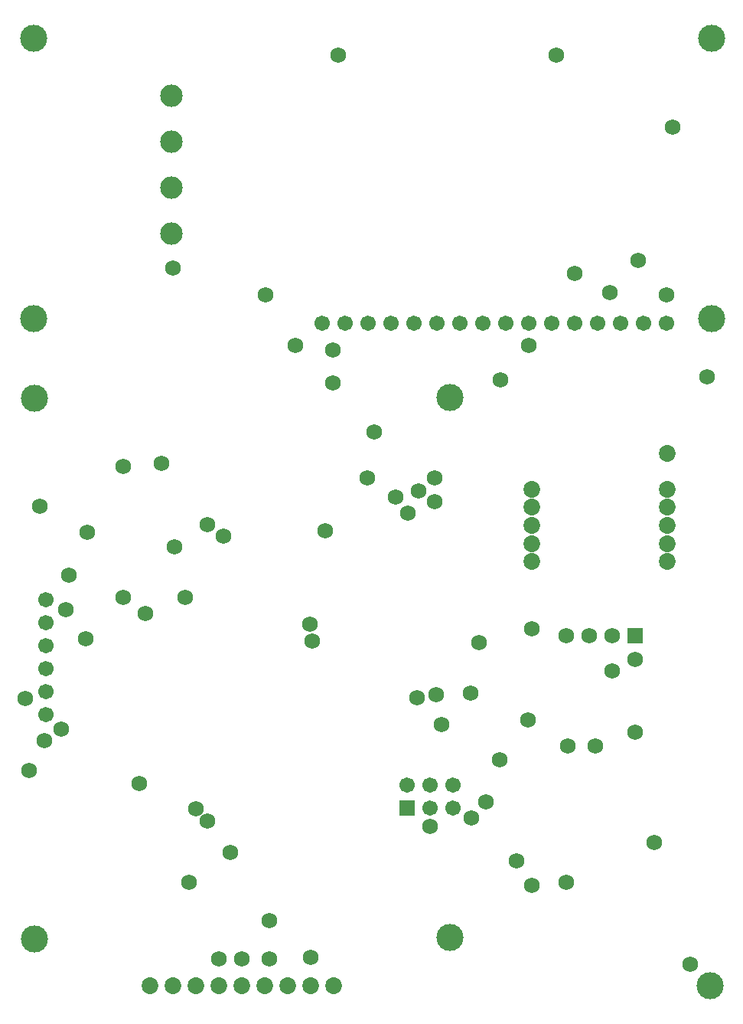
<source format=gbr>
G04 DipTrace 2.1.0.5*
%INBottomMask.gbr*%
%MOIN*%
%ADD10C,0.0098*%
%ADD11C,0.0055*%
%ADD12C,0.003*%
%ADD13C,0.0197*%
%ADD14C,0.02*%
%ADD15C,0.04*%
%ADD16C,0.0295*%
%ADD17C,0.0394*%
%ADD18C,0.0013*%
%ADD19C,0.0187*%
%ADD20R,0.0709X0.0197*%
%ADD21R,0.0197X0.0709*%
%ADD22R,0.2165X0.0787*%
%ADD23R,0.02X0.1181*%
%ADD24R,0.06X0.056*%
%ADD25R,0.0295X0.1772*%
%ADD26R,0.056X0.06*%
%ADD27R,0.1969X0.0984*%
%ADD28C,0.059*%
%ADD29C,0.065*%
%ADD30C,0.0039*%
%ADD31R,0.0433X0.0354*%
%ADD32R,0.0394X0.0354*%
%ADD33R,0.0925X0.0236*%
%ADD34C,0.09*%
%ADD35R,0.1024X0.0551*%
%ADD36R,0.0512X0.0591*%
%ADD37R,0.06X0.06*%
%ADD38C,0.06*%
%ADD39R,0.0906X0.0906*%
%ADD40R,0.118X0.217*%
%ADD41R,0.0866X0.0236*%
%ADD42R,0.0728X0.1004*%
%ADD43R,0.07X0.03*%
%ADD44O,0.07X0.03*%
%ADD45R,0.03X0.07*%
%ADD46O,0.03X0.07*%
%ADD47R,0.059X0.059*%
%ADD48C,0.059*%
%ADD49C,0.03*%
%ADD50C,0.1181*%
%ADD51C,0.035*%
%ADD52C,0.0354*%
%ADD53C,0.05*%
%ADD54C,0.008*%
%ADD55C,0.068*%
%ADD56C,0.052*%
%ADD57C,0.067*%
%ADD58C,0.051*%
%ADD59R,0.067X0.067*%
%ADD60R,0.051X0.051*%
%ADD61O,0.038X0.078*%
%ADD62O,0.022X0.062*%
%ADD63R,0.038X0.078*%
%ADD64R,0.022X0.062*%
%ADD65O,0.078X0.038*%
%ADD66O,0.062X0.022*%
%ADD67R,0.078X0.038*%
%ADD68R,0.062X0.022*%
%ADD69R,0.0809X0.1084*%
%ADD70R,0.0648X0.0924*%
%ADD71R,0.0946X0.0317*%
%ADD72R,0.0786X0.0156*%
%ADD73R,0.126X0.225*%
%ADD74R,0.11X0.209*%
%ADD75R,0.0986X0.0986*%
%ADD76R,0.0825X0.0825*%
%ADD77R,0.068X0.068*%
%ADD78R,0.052X0.052*%
%ADD79R,0.0592X0.0671*%
%ADD80R,0.0431X0.051*%
%ADD81R,0.1104X0.0631*%
%ADD82R,0.0943X0.0471*%
%ADD83C,0.098*%
%ADD84C,0.082*%
%ADD85R,0.1006X0.0317*%
%ADD86R,0.0845X0.0156*%
%ADD87R,0.0474X0.0435*%
%ADD88R,0.0313X0.0274*%
%ADD89R,0.0513X0.0435*%
%ADD90R,0.0353X0.0274*%
%ADD91C,0.073*%
%ADD92C,0.057*%
%ADD93C,0.067*%
%ADD94C,0.051*%
%ADD95R,0.2049X0.1065*%
%ADD96R,0.1888X0.0904*%
%ADD97R,0.064X0.068*%
%ADD98R,0.048X0.052*%
%ADD99R,0.0376X0.1852*%
%ADD100R,0.0215X0.1691*%
%ADD101R,0.068X0.064*%
%ADD102R,0.052X0.048*%
%ADD103R,0.028X0.1261*%
%ADD104R,0.012X0.1101*%
%ADD105R,0.2246X0.0868*%
%ADD106R,0.2085X0.0707*%
%ADD107R,0.0277X0.0789*%
%ADD108R,0.0117X0.0628*%
%ADD109R,0.0789X0.0277*%
%ADD110R,0.0628X0.0117*%
%ADD111C,0.0093*%
%ADD112C,0.0124*%
%FSLAX44Y44*%
%SFA1B1*%
%OFA0B0*%
G04*
G70*
G90*
G75*
G01*
%LNBotMask*%
%LPD*%
D55*
X28543Y31150D3*
X24543Y32066D3*
X7063Y32316D3*
X12376Y28940D3*
X11242Y2260D3*
X13064Y2325D3*
X9064Y2228D3*
X18252Y8001D3*
X18502Y13751D3*
X9563Y6876D3*
X10064Y2228D3*
X22563Y28940D3*
X27190Y15281D3*
X26190Y14776D3*
X4875Y23690D3*
X4878Y17973D3*
X3259Y16189D3*
X796Y10448D3*
X3313Y20815D3*
X1437Y11751D3*
X21315Y27440D3*
X15814Y25190D3*
X20002Y13814D3*
X13001Y16814D3*
X28815Y38441D3*
X23750Y41562D3*
X14250D3*
X20377Y16002D3*
X20689Y9063D3*
X16752Y22335D3*
X30315Y27565D3*
X11242Y3915D3*
X18442Y23187D3*
X9242Y20641D3*
X18442Y22134D3*
X22025Y6517D3*
X17762Y22614D3*
X17284Y21655D3*
X8057Y8782D3*
X13126Y16064D3*
X5835Y17293D3*
X7578Y17973D3*
X22503Y12636D3*
X22690Y16627D3*
X27330Y32646D3*
X26065Y31253D3*
X1250Y21940D3*
X27190Y12126D3*
X13689Y20877D3*
X8535Y21148D3*
X6563Y23815D3*
X14001Y27315D3*
Y28753D3*
X11065Y31149D3*
X2188Y12251D3*
X28003Y7313D3*
X2521Y18929D3*
X15516Y23190D3*
X21269Y10896D3*
X8563Y8251D3*
X5572Y9876D3*
X7100Y20163D3*
X2375Y17439D3*
X7751Y5563D3*
X22690Y5438D3*
X24252Y11501D3*
X20064Y8376D3*
X24190Y5563D3*
X25440Y11501D3*
X29580Y2000D3*
X18752Y12439D3*
X17689Y13626D3*
X625Y13564D3*
D93*
X28543Y29920D3*
X27543D3*
X26543D3*
X25543D3*
X24543D3*
X23543D3*
X22543D3*
X21543D3*
X20543D3*
X19543D3*
X18543D3*
X17543D3*
X16543D3*
X15543D3*
X14543D3*
X13543D3*
D91*
X14064Y1063D3*
X13064D3*
X12064D3*
X11064D3*
X10064D3*
X9064D3*
X8064D3*
X7064D3*
X6064D3*
D83*
X6997Y39810D3*
Y37810D3*
Y35810D3*
Y33810D3*
D93*
X1500Y17881D3*
Y16881D3*
Y15881D3*
Y14881D3*
Y13881D3*
Y12881D3*
D77*
X27190Y16314D3*
D55*
X26190D3*
X25190D3*
X24190D3*
D50*
X30512Y30117D3*
X984D3*
Y42322D3*
X30512D3*
X1000Y26628D3*
X19112Y26670D3*
X19127Y3188D3*
X1000Y3125D3*
D91*
X28577Y24258D3*
Y22683D3*
Y21896D3*
Y21109D3*
Y20321D3*
X22671Y22683D3*
Y21896D3*
Y21109D3*
Y20321D3*
Y19534D3*
X28577D3*
D50*
X30440Y1063D3*
D59*
X17252Y8813D3*
D57*
Y9813D3*
X18252Y8813D3*
Y9813D3*
X19252Y8813D3*
Y9813D3*
M02*

</source>
